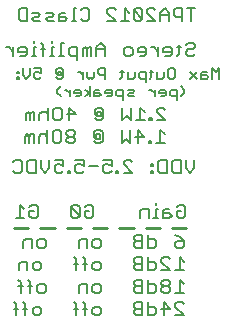
<source format=gbr>
G04 EAGLE Gerber RS-274X export*
G75*
%MOMM*%
%FSLAX34Y34*%
%LPD*%
%INSilkscreen Bottom*%
%IPPOS*%
%AMOC8*
5,1,8,0,0,1.08239X$1,22.5*%
G01*
%ADD10C,0.177800*%
%ADD11C,0.152400*%
%ADD12C,0.254000*%


D10*
X179147Y262929D02*
X179147Y273352D01*
X182621Y273352D02*
X175672Y273352D01*
X171395Y273352D02*
X171395Y262929D01*
X171395Y273352D02*
X166183Y273352D01*
X164446Y271615D01*
X164446Y268140D01*
X166183Y266403D01*
X171395Y266403D01*
X160169Y262929D02*
X160169Y269878D01*
X156694Y273352D01*
X153220Y269878D01*
X153220Y262929D01*
X153220Y268140D02*
X160169Y268140D01*
X148942Y262929D02*
X141994Y262929D01*
X148942Y262929D02*
X141994Y269878D01*
X141994Y271615D01*
X143731Y273352D01*
X147205Y273352D01*
X148942Y271615D01*
X137716Y271615D02*
X137716Y264666D01*
X137716Y271615D02*
X135979Y273352D01*
X132505Y273352D01*
X130768Y271615D01*
X130768Y264666D01*
X132505Y262929D01*
X135979Y262929D01*
X137716Y264666D01*
X130768Y271615D01*
X126490Y269878D02*
X123016Y273352D01*
X123016Y262929D01*
X126490Y262929D02*
X119541Y262929D01*
X115264Y262929D02*
X108315Y262929D01*
X115264Y262929D02*
X108315Y269878D01*
X108315Y271615D01*
X110052Y273352D01*
X113527Y273352D01*
X115264Y271615D01*
X87600Y273352D02*
X85863Y271615D01*
X87600Y273352D02*
X91074Y273352D01*
X92811Y271615D01*
X92811Y264666D01*
X91074Y262929D01*
X87600Y262929D01*
X85863Y264666D01*
X81585Y273352D02*
X79848Y273352D01*
X79848Y262929D01*
X81585Y262929D02*
X78111Y262929D01*
X72364Y269878D02*
X68889Y269878D01*
X67152Y268140D01*
X67152Y262929D01*
X72364Y262929D01*
X74101Y264666D01*
X72364Y266403D01*
X67152Y266403D01*
X62875Y262929D02*
X57663Y262929D01*
X55926Y264666D01*
X57663Y266403D01*
X61138Y266403D01*
X62875Y268140D01*
X61138Y269878D01*
X55926Y269878D01*
X51648Y262929D02*
X46437Y262929D01*
X44700Y264666D01*
X46437Y266403D01*
X49911Y266403D01*
X51648Y268140D01*
X49911Y269878D01*
X44700Y269878D01*
X40422Y273352D02*
X40422Y262929D01*
X35211Y262929D01*
X33474Y264666D01*
X33474Y271615D01*
X35211Y273352D01*
X40422Y273352D01*
X174983Y242258D02*
X176805Y244080D01*
X180449Y244080D01*
X182271Y242258D01*
X182271Y240437D01*
X180449Y238615D01*
X176805Y238615D01*
X174983Y236793D01*
X174983Y234971D01*
X176805Y233149D01*
X180449Y233149D01*
X182271Y234971D01*
X168755Y234971D02*
X168755Y242258D01*
X168755Y234971D02*
X166933Y233149D01*
X166933Y240437D02*
X170577Y240437D01*
X160959Y233149D02*
X157315Y233149D01*
X160959Y233149D02*
X162781Y234971D01*
X162781Y238615D01*
X160959Y240437D01*
X157315Y240437D01*
X155494Y238615D01*
X155494Y236793D01*
X162781Y236793D01*
X151087Y233149D02*
X151087Y240437D01*
X151087Y236793D02*
X147443Y240437D01*
X145621Y240437D01*
X139520Y233149D02*
X135876Y233149D01*
X139520Y233149D02*
X141342Y234971D01*
X141342Y238615D01*
X139520Y240437D01*
X135876Y240437D01*
X134055Y238615D01*
X134055Y236793D01*
X141342Y236793D01*
X127826Y233149D02*
X124183Y233149D01*
X122361Y234971D01*
X122361Y238615D01*
X124183Y240437D01*
X127826Y240437D01*
X129648Y238615D01*
X129648Y234971D01*
X127826Y233149D01*
X106260Y233149D02*
X106260Y240437D01*
X102616Y244080D01*
X98973Y240437D01*
X98973Y233149D01*
X98973Y238615D02*
X106260Y238615D01*
X94566Y240437D02*
X94566Y233149D01*
X94566Y240437D02*
X92744Y240437D01*
X90923Y238615D01*
X90923Y233149D01*
X90923Y238615D02*
X89101Y240437D01*
X87279Y238615D01*
X87279Y233149D01*
X82872Y229505D02*
X82872Y240437D01*
X77407Y240437D01*
X75585Y238615D01*
X75585Y234971D01*
X77407Y233149D01*
X82872Y233149D01*
X71178Y244080D02*
X69356Y244080D01*
X69356Y233149D01*
X67535Y233149D02*
X71178Y233149D01*
X63382Y240437D02*
X61560Y240437D01*
X61560Y233149D01*
X59739Y233149D02*
X63382Y233149D01*
X61560Y244080D02*
X61560Y245902D01*
X53765Y242258D02*
X53765Y233149D01*
X53765Y242258D02*
X51943Y244080D01*
X51943Y238615D02*
X55586Y238615D01*
X47790Y240437D02*
X45969Y240437D01*
X45969Y233149D01*
X47790Y233149D02*
X44147Y233149D01*
X45969Y244080D02*
X45969Y245902D01*
X38173Y233149D02*
X34529Y233149D01*
X38173Y233149D02*
X39994Y234971D01*
X39994Y238615D01*
X38173Y240437D01*
X34529Y240437D01*
X32707Y238615D01*
X32707Y236793D01*
X39994Y236793D01*
X28300Y233149D02*
X28300Y240437D01*
X24657Y240437D02*
X28300Y236793D01*
X24657Y240437D02*
X22835Y240437D01*
X153257Y170290D02*
X156901Y166647D01*
X153257Y170290D02*
X153257Y159359D01*
X156901Y159359D02*
X149613Y159359D01*
X145207Y159359D02*
X145207Y161181D01*
X143385Y161181D01*
X143385Y159359D01*
X145207Y159359D01*
X133894Y159359D02*
X133894Y170290D01*
X139360Y164825D01*
X132073Y164825D01*
X127666Y170290D02*
X127666Y159359D01*
X124022Y163003D01*
X120379Y159359D01*
X120379Y170290D01*
X98813Y159359D02*
X96991Y161181D01*
X98813Y159359D02*
X102456Y159359D01*
X104278Y161181D01*
X104278Y168468D01*
X102456Y170290D01*
X98813Y170290D01*
X96991Y168468D01*
X96991Y164825D01*
X98813Y163003D01*
X102456Y163003D01*
X102456Y166647D01*
X98813Y166647D01*
X98813Y163003D01*
X80890Y168468D02*
X79068Y170290D01*
X75425Y170290D01*
X73603Y168468D01*
X73603Y166647D01*
X75425Y164825D01*
X73603Y163003D01*
X73603Y161181D01*
X75425Y159359D01*
X79068Y159359D01*
X80890Y161181D01*
X80890Y163003D01*
X79068Y164825D01*
X80890Y166647D01*
X80890Y168468D01*
X79068Y164825D02*
X75425Y164825D01*
X67374Y170290D02*
X63731Y170290D01*
X67374Y170290D02*
X69196Y168468D01*
X69196Y161181D01*
X67374Y159359D01*
X63731Y159359D01*
X61909Y161181D01*
X61909Y168468D01*
X63731Y170290D01*
X57502Y170290D02*
X57502Y159359D01*
X57502Y164825D02*
X55680Y166647D01*
X52037Y166647D01*
X50215Y164825D01*
X50215Y159359D01*
X45808Y159359D02*
X45808Y166647D01*
X43986Y166647D01*
X42165Y164825D01*
X42165Y159359D01*
X42165Y164825D02*
X40343Y166647D01*
X38521Y164825D01*
X38521Y159359D01*
X150153Y178489D02*
X157441Y178489D01*
X150153Y185777D01*
X150153Y187598D01*
X151975Y189420D01*
X155619Y189420D01*
X157441Y187598D01*
X145747Y180311D02*
X145747Y178489D01*
X145747Y180311D02*
X143925Y180311D01*
X143925Y178489D01*
X145747Y178489D01*
X139900Y185777D02*
X136256Y189420D01*
X136256Y178489D01*
X132613Y178489D02*
X139900Y178489D01*
X128206Y178489D02*
X128206Y189420D01*
X124562Y182133D02*
X128206Y178489D01*
X124562Y182133D02*
X120919Y178489D01*
X120919Y189420D01*
X99353Y178489D02*
X97531Y180311D01*
X99353Y178489D02*
X102996Y178489D01*
X104818Y180311D01*
X104818Y187598D01*
X102996Y189420D01*
X99353Y189420D01*
X97531Y187598D01*
X97531Y183955D01*
X99353Y182133D01*
X102996Y182133D01*
X102996Y185777D01*
X99353Y185777D01*
X99353Y182133D01*
X75965Y178489D02*
X75965Y189420D01*
X81430Y183955D01*
X74143Y183955D01*
X67914Y189420D02*
X64271Y189420D01*
X67914Y189420D02*
X69736Y187598D01*
X69736Y180311D01*
X67914Y178489D01*
X64271Y178489D01*
X62449Y180311D01*
X62449Y187598D01*
X64271Y189420D01*
X58042Y189420D02*
X58042Y178489D01*
X58042Y183955D02*
X56220Y185777D01*
X52577Y185777D01*
X50755Y183955D01*
X50755Y178489D01*
X46348Y178489D02*
X46348Y185777D01*
X44526Y185777D01*
X42705Y183955D01*
X42705Y178489D01*
X42705Y183955D02*
X40883Y185777D01*
X39061Y183955D01*
X39061Y178489D01*
D11*
X203068Y214002D02*
X203068Y222645D01*
X200187Y219764D01*
X197306Y222645D01*
X197306Y214002D01*
X192272Y219764D02*
X189391Y219764D01*
X187951Y218324D01*
X187951Y214002D01*
X192272Y214002D01*
X193713Y215443D01*
X192272Y216883D01*
X187951Y216883D01*
X184358Y219764D02*
X178595Y214002D01*
X178595Y219764D02*
X184358Y214002D01*
X164207Y222645D02*
X161326Y222645D01*
X164207Y222645D02*
X165647Y221205D01*
X165647Y215443D01*
X164207Y214002D01*
X161326Y214002D01*
X159885Y215443D01*
X159885Y221205D01*
X161326Y222645D01*
X156292Y219764D02*
X156292Y215443D01*
X154852Y214002D01*
X150530Y214002D01*
X150530Y219764D01*
X145496Y221205D02*
X145496Y215443D01*
X144056Y214002D01*
X144056Y219764D02*
X146937Y219764D01*
X140700Y219764D02*
X140700Y211121D01*
X140700Y219764D02*
X136378Y219764D01*
X134938Y218324D01*
X134938Y215443D01*
X136378Y214002D01*
X140700Y214002D01*
X131345Y215443D02*
X131345Y219764D01*
X131345Y215443D02*
X129904Y214002D01*
X125583Y214002D01*
X125583Y219764D01*
X120549Y221205D02*
X120549Y215443D01*
X119109Y214002D01*
X119109Y219764D02*
X121990Y219764D01*
X106398Y222645D02*
X106398Y214002D01*
X106398Y222645D02*
X102076Y222645D01*
X100636Y221205D01*
X100636Y218324D01*
X102076Y216883D01*
X106398Y216883D01*
X97043Y215443D02*
X97043Y219764D01*
X97043Y215443D02*
X95602Y214002D01*
X94161Y215443D01*
X92721Y214002D01*
X91280Y215443D01*
X91280Y219764D01*
X87687Y219764D02*
X87687Y214002D01*
X87687Y216883D02*
X84806Y219764D01*
X83366Y219764D01*
X66215Y214002D02*
X64774Y215443D01*
X66215Y214002D02*
X69096Y214002D01*
X70536Y215443D01*
X70536Y221205D01*
X69096Y222645D01*
X66215Y222645D01*
X64774Y221205D01*
X64774Y218324D01*
X66215Y216883D01*
X69096Y216883D01*
X69096Y219764D01*
X66215Y219764D01*
X66215Y216883D01*
X51826Y222645D02*
X46064Y222645D01*
X51826Y222645D02*
X51826Y218324D01*
X48945Y219764D01*
X47504Y219764D01*
X46064Y218324D01*
X46064Y215443D01*
X47504Y214002D01*
X50385Y214002D01*
X51826Y215443D01*
X42471Y216883D02*
X42471Y222645D01*
X42471Y216883D02*
X39590Y214002D01*
X36708Y216883D01*
X36708Y222645D01*
X33115Y219764D02*
X31675Y219764D01*
X31675Y218324D01*
X33115Y218324D01*
X33115Y219764D01*
X33115Y215443D02*
X31675Y215443D01*
X31675Y214002D01*
X33115Y214002D01*
X33115Y215443D01*
D10*
X181991Y145170D02*
X181991Y137883D01*
X178347Y134239D01*
X174703Y137883D01*
X174703Y145170D01*
X170297Y145170D02*
X170297Y134239D01*
X164831Y134239D01*
X163010Y136061D01*
X163010Y143348D01*
X164831Y145170D01*
X170297Y145170D01*
X158603Y145170D02*
X158603Y134239D01*
X153137Y134239D01*
X151316Y136061D01*
X151316Y143348D01*
X153137Y145170D01*
X158603Y145170D01*
X146909Y141527D02*
X145087Y141527D01*
X145087Y139705D01*
X146909Y139705D01*
X146909Y141527D01*
X146909Y136061D02*
X145087Y136061D01*
X145087Y134239D01*
X146909Y134239D01*
X146909Y136061D01*
X129368Y134239D02*
X122081Y134239D01*
X129368Y134239D02*
X122081Y141527D01*
X122081Y143348D01*
X123903Y145170D01*
X127546Y145170D01*
X129368Y143348D01*
X117674Y136061D02*
X117674Y134239D01*
X117674Y136061D02*
X115852Y136061D01*
X115852Y134239D01*
X117674Y134239D01*
X111827Y145170D02*
X104540Y145170D01*
X111827Y145170D02*
X111827Y139705D01*
X108183Y141527D01*
X106362Y141527D01*
X104540Y139705D01*
X104540Y136061D01*
X106362Y134239D01*
X110005Y134239D01*
X111827Y136061D01*
X100133Y139705D02*
X92846Y139705D01*
X88439Y145170D02*
X81152Y145170D01*
X88439Y145170D02*
X88439Y139705D01*
X84796Y141527D01*
X82974Y141527D01*
X81152Y139705D01*
X81152Y136061D01*
X82974Y134239D01*
X86617Y134239D01*
X88439Y136061D01*
X76745Y136061D02*
X76745Y134239D01*
X76745Y136061D02*
X74923Y136061D01*
X74923Y134239D01*
X76745Y134239D01*
X70898Y145170D02*
X63611Y145170D01*
X70898Y145170D02*
X70898Y139705D01*
X67255Y141527D01*
X65433Y141527D01*
X63611Y139705D01*
X63611Y136061D01*
X65433Y134239D01*
X69076Y134239D01*
X70898Y136061D01*
X59204Y137883D02*
X59204Y145170D01*
X59204Y137883D02*
X55561Y134239D01*
X51917Y137883D01*
X51917Y145170D01*
X47510Y145170D02*
X47510Y134239D01*
X42045Y134239D01*
X40223Y136061D01*
X40223Y143348D01*
X42045Y145170D01*
X47510Y145170D01*
X30351Y145170D02*
X28529Y143348D01*
X30351Y145170D02*
X33995Y145170D01*
X35816Y143348D01*
X35816Y136061D01*
X33995Y134239D01*
X30351Y134239D01*
X28529Y136061D01*
X165813Y81670D02*
X169457Y79848D01*
X173101Y76205D01*
X173101Y72561D01*
X171279Y70739D01*
X167635Y70739D01*
X165813Y72561D01*
X165813Y74383D01*
X167635Y76205D01*
X173101Y76205D01*
X142426Y81670D02*
X142426Y70739D01*
X147891Y70739D01*
X149713Y72561D01*
X149713Y76205D01*
X147891Y78027D01*
X142426Y78027D01*
X138019Y81670D02*
X138019Y70739D01*
X138019Y81670D02*
X132553Y81670D01*
X130732Y79848D01*
X130732Y78027D01*
X132553Y76205D01*
X130732Y74383D01*
X130732Y72561D01*
X132553Y70739D01*
X138019Y70739D01*
X138019Y76205D02*
X132553Y76205D01*
X101115Y70739D02*
X97472Y70739D01*
X95650Y72561D01*
X95650Y76205D01*
X97472Y78027D01*
X101115Y78027D01*
X102937Y76205D01*
X102937Y72561D01*
X101115Y70739D01*
X91243Y70739D02*
X91243Y78027D01*
X85778Y78027D01*
X83956Y76205D01*
X83956Y70739D01*
X54339Y70739D02*
X50696Y70739D01*
X48874Y72561D01*
X48874Y76205D01*
X50696Y78027D01*
X54339Y78027D01*
X56161Y76205D01*
X56161Y72561D01*
X54339Y70739D01*
X44467Y70739D02*
X44467Y78027D01*
X39002Y78027D01*
X37180Y76205D01*
X37180Y70739D01*
X169457Y62620D02*
X173101Y58977D01*
X169457Y62620D02*
X169457Y51689D01*
X173101Y51689D02*
X165813Y51689D01*
X161407Y51689D02*
X154120Y51689D01*
X161407Y51689D02*
X154120Y58977D01*
X154120Y60798D01*
X155941Y62620D01*
X159585Y62620D01*
X161407Y60798D01*
X142426Y62620D02*
X142426Y51689D01*
X147891Y51689D01*
X149713Y53511D01*
X149713Y57155D01*
X147891Y58977D01*
X142426Y58977D01*
X138019Y62620D02*
X138019Y51689D01*
X138019Y62620D02*
X132553Y62620D01*
X130732Y60798D01*
X130732Y58977D01*
X132553Y57155D01*
X130732Y55333D01*
X130732Y53511D01*
X132553Y51689D01*
X138019Y51689D01*
X138019Y57155D02*
X132553Y57155D01*
X101115Y51689D02*
X97472Y51689D01*
X95650Y53511D01*
X95650Y57155D01*
X97472Y58977D01*
X101115Y58977D01*
X102937Y57155D01*
X102937Y53511D01*
X101115Y51689D01*
X89421Y51689D02*
X89421Y60798D01*
X87599Y62620D01*
X87599Y57155D02*
X91243Y57155D01*
X81625Y60798D02*
X81625Y51689D01*
X81625Y60798D02*
X79804Y62620D01*
X79804Y57155D02*
X83447Y57155D01*
X50441Y51689D02*
X46798Y51689D01*
X44976Y53511D01*
X44976Y57155D01*
X46798Y58977D01*
X50441Y58977D01*
X52263Y57155D01*
X52263Y53511D01*
X50441Y51689D01*
X40569Y51689D02*
X40569Y58977D01*
X35104Y58977D01*
X33282Y57155D01*
X33282Y51689D01*
X169457Y43570D02*
X173101Y39927D01*
X169457Y43570D02*
X169457Y32639D01*
X173101Y32639D02*
X165813Y32639D01*
X161407Y41748D02*
X159585Y43570D01*
X155941Y43570D01*
X154120Y41748D01*
X154120Y39927D01*
X155941Y38105D01*
X154120Y36283D01*
X154120Y34461D01*
X155941Y32639D01*
X159585Y32639D01*
X161407Y34461D01*
X161407Y36283D01*
X159585Y38105D01*
X161407Y39927D01*
X161407Y41748D01*
X159585Y38105D02*
X155941Y38105D01*
X142426Y43570D02*
X142426Y32639D01*
X147891Y32639D01*
X149713Y34461D01*
X149713Y38105D01*
X147891Y39927D01*
X142426Y39927D01*
X138019Y43570D02*
X138019Y32639D01*
X138019Y43570D02*
X132553Y43570D01*
X130732Y41748D01*
X130732Y39927D01*
X132553Y38105D01*
X130732Y36283D01*
X130732Y34461D01*
X132553Y32639D01*
X138019Y32639D01*
X138019Y38105D02*
X132553Y38105D01*
X101115Y32639D02*
X97472Y32639D01*
X95650Y34461D01*
X95650Y38105D01*
X97472Y39927D01*
X101115Y39927D01*
X102937Y38105D01*
X102937Y34461D01*
X101115Y32639D01*
X91243Y32639D02*
X91243Y39927D01*
X85778Y39927D01*
X83956Y38105D01*
X83956Y32639D01*
X54339Y32639D02*
X50696Y32639D01*
X48874Y34461D01*
X48874Y38105D01*
X50696Y39927D01*
X54339Y39927D01*
X56161Y38105D01*
X56161Y34461D01*
X54339Y32639D01*
X42645Y32639D02*
X42645Y41748D01*
X40824Y43570D01*
X40824Y38105D02*
X44467Y38105D01*
X34850Y41748D02*
X34850Y32639D01*
X34850Y41748D02*
X33028Y43570D01*
X33028Y38105D02*
X36671Y38105D01*
X165813Y13589D02*
X173101Y13589D01*
X165813Y20877D01*
X165813Y22698D01*
X167635Y24520D01*
X171279Y24520D01*
X173101Y22698D01*
X155941Y24520D02*
X155941Y13589D01*
X161407Y19055D02*
X155941Y24520D01*
X154120Y19055D02*
X161407Y19055D01*
X142426Y24520D02*
X142426Y13589D01*
X147891Y13589D01*
X149713Y15411D01*
X149713Y19055D01*
X147891Y20877D01*
X142426Y20877D01*
X138019Y24520D02*
X138019Y13589D01*
X138019Y24520D02*
X132553Y24520D01*
X130732Y22698D01*
X130732Y20877D01*
X132553Y19055D01*
X130732Y17233D01*
X130732Y15411D01*
X132553Y13589D01*
X138019Y13589D01*
X138019Y19055D02*
X132553Y19055D01*
X101115Y13589D02*
X97472Y13589D01*
X95650Y15411D01*
X95650Y19055D01*
X97472Y20877D01*
X101115Y20877D01*
X102937Y19055D01*
X102937Y15411D01*
X101115Y13589D01*
X89421Y13589D02*
X89421Y22698D01*
X87599Y24520D01*
X87599Y19055D02*
X91243Y19055D01*
X81625Y22698D02*
X81625Y13589D01*
X81625Y22698D02*
X79804Y24520D01*
X79804Y19055D02*
X83447Y19055D01*
X50441Y13589D02*
X46798Y13589D01*
X44976Y15411D01*
X44976Y19055D01*
X46798Y20877D01*
X50441Y20877D01*
X52263Y19055D01*
X52263Y15411D01*
X50441Y13589D01*
X38748Y13589D02*
X38748Y22698D01*
X36926Y24520D01*
X36926Y19055D02*
X40569Y19055D01*
X30952Y22698D02*
X30952Y13589D01*
X30952Y22698D02*
X29130Y24520D01*
X29130Y19055D02*
X32773Y19055D01*
X167083Y105248D02*
X168905Y107070D01*
X172549Y107070D01*
X174371Y105248D01*
X174371Y97961D01*
X172549Y96139D01*
X168905Y96139D01*
X167083Y97961D01*
X167083Y101605D01*
X170727Y101605D01*
X160855Y103427D02*
X157211Y103427D01*
X155390Y101605D01*
X155390Y96139D01*
X160855Y96139D01*
X162677Y97961D01*
X160855Y99783D01*
X155390Y99783D01*
X150983Y103427D02*
X149161Y103427D01*
X149161Y96139D01*
X150983Y96139D02*
X147339Y96139D01*
X149161Y107070D02*
X149161Y108892D01*
X143187Y103427D02*
X143187Y96139D01*
X143187Y103427D02*
X137721Y103427D01*
X135900Y101605D01*
X135900Y96139D01*
X90946Y107070D02*
X89124Y105248D01*
X90946Y107070D02*
X94589Y107070D01*
X96411Y105248D01*
X96411Y97961D01*
X94589Y96139D01*
X90946Y96139D01*
X89124Y97961D01*
X89124Y101605D01*
X92767Y101605D01*
X84717Y105248D02*
X84717Y97961D01*
X84717Y105248D02*
X82895Y107070D01*
X79252Y107070D01*
X77430Y105248D01*
X77430Y97961D01*
X79252Y96139D01*
X82895Y96139D01*
X84717Y97961D01*
X77430Y105248D01*
X44170Y107070D02*
X42348Y105248D01*
X44170Y107070D02*
X47813Y107070D01*
X49635Y105248D01*
X49635Y97961D01*
X47813Y96139D01*
X44170Y96139D01*
X42348Y97961D01*
X42348Y101605D01*
X45992Y101605D01*
X37941Y103427D02*
X34298Y107070D01*
X34298Y96139D01*
X37941Y96139D02*
X30654Y96139D01*
D12*
X162967Y87630D02*
X175260Y87630D01*
X152967Y87630D02*
X140674Y87630D01*
X130674Y87630D02*
X118381Y87630D01*
X108381Y87630D02*
X96089Y87630D01*
X86089Y87630D02*
X73796Y87630D01*
X63796Y87630D02*
X51503Y87630D01*
X41503Y87630D02*
X29210Y87630D01*
D11*
X170347Y198882D02*
X173228Y201763D01*
X173228Y204644D01*
X170347Y207525D01*
X166991Y204644D02*
X166991Y196001D01*
X166991Y204644D02*
X162670Y204644D01*
X161229Y203204D01*
X161229Y200323D01*
X162670Y198882D01*
X166991Y198882D01*
X156195Y198882D02*
X153314Y198882D01*
X156195Y198882D02*
X157636Y200323D01*
X157636Y203204D01*
X156195Y204644D01*
X153314Y204644D01*
X151874Y203204D01*
X151874Y201763D01*
X157636Y201763D01*
X148281Y198882D02*
X148281Y204644D01*
X148281Y201763D02*
X145400Y204644D01*
X143959Y204644D01*
X131130Y198882D02*
X126808Y198882D01*
X125367Y200323D01*
X126808Y201763D01*
X129689Y201763D01*
X131130Y203204D01*
X129689Y204644D01*
X125367Y204644D01*
X121775Y204644D02*
X121775Y196001D01*
X121775Y204644D02*
X117453Y204644D01*
X116012Y203204D01*
X116012Y200323D01*
X117453Y198882D01*
X121775Y198882D01*
X110979Y198882D02*
X108098Y198882D01*
X110979Y198882D02*
X112419Y200323D01*
X112419Y203204D01*
X110979Y204644D01*
X108098Y204644D01*
X106657Y203204D01*
X106657Y201763D01*
X112419Y201763D01*
X101624Y204644D02*
X98742Y204644D01*
X97302Y203204D01*
X97302Y198882D01*
X101624Y198882D01*
X103064Y200323D01*
X101624Y201763D01*
X97302Y201763D01*
X93709Y198882D02*
X93709Y207525D01*
X93709Y201763D02*
X89387Y198882D01*
X93709Y201763D02*
X89387Y204644D01*
X84472Y198882D02*
X81591Y198882D01*
X84472Y198882D02*
X85913Y200323D01*
X85913Y203204D01*
X84472Y204644D01*
X81591Y204644D01*
X80151Y203204D01*
X80151Y201763D01*
X85913Y201763D01*
X76558Y198882D02*
X76558Y204644D01*
X76558Y201763D02*
X73677Y204644D01*
X72236Y204644D01*
X68762Y198882D02*
X65881Y201763D01*
X65881Y204644D01*
X68762Y207525D01*
M02*

</source>
